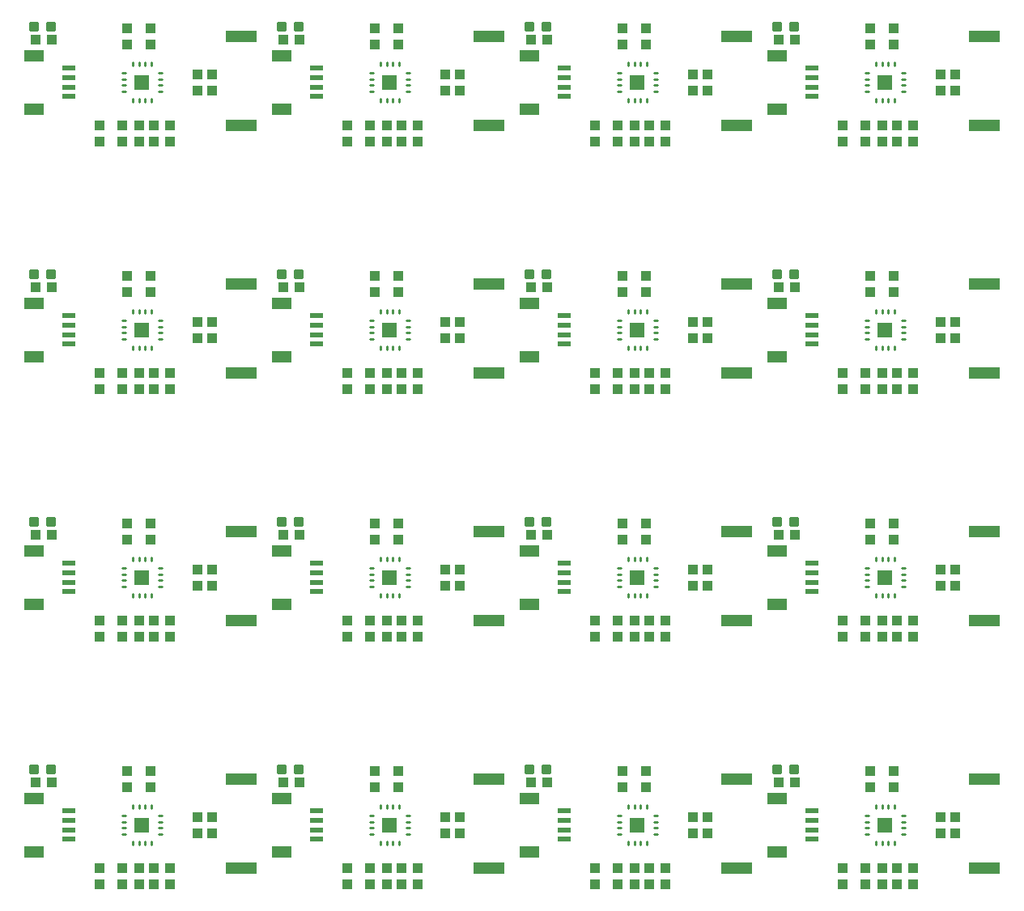
<source format=gtp>
G75*
%MOIN*%
%OFA0B0*%
%FSLAX25Y25*%
%IPPOS*%
%LPD*%
%AMOC8*
5,1,8,0,0,1.08239X$1,22.5*
%
%ADD10R,0.07874X0.04724*%
%ADD11R,0.05315X0.02362*%
%ADD12R,0.03937X0.04331*%
%ADD13C,0.01181*%
%ADD14R,0.04331X0.03937*%
%ADD15R,0.12600X0.05118*%
%ADD16R,0.05906X0.05906*%
%ADD17C,0.01024*%
D10*
X0113865Y0083976D03*
X0113865Y0106024D03*
X0113865Y0185976D03*
X0113865Y0208024D03*
X0113865Y0287976D03*
X0113865Y0310024D03*
X0113865Y0389976D03*
X0113865Y0412024D03*
X0215865Y0412024D03*
X0215865Y0389976D03*
X0317865Y0389976D03*
X0317865Y0412024D03*
X0419865Y0412024D03*
X0419865Y0389976D03*
X0419865Y0310024D03*
X0419865Y0287976D03*
X0419865Y0208024D03*
X0419865Y0185976D03*
X0419865Y0106024D03*
X0419865Y0083976D03*
X0317865Y0083976D03*
X0317865Y0106024D03*
X0317865Y0185976D03*
X0317865Y0208024D03*
X0317865Y0287976D03*
X0317865Y0310024D03*
X0215865Y0310024D03*
X0215865Y0287976D03*
X0215865Y0208024D03*
X0215865Y0185976D03*
X0215865Y0106024D03*
X0215865Y0083976D03*
D11*
X0230333Y0089094D03*
X0230333Y0093031D03*
X0230333Y0096969D03*
X0230333Y0100906D03*
X0332333Y0100906D03*
X0332333Y0096969D03*
X0332333Y0093031D03*
X0332333Y0089094D03*
X0434333Y0089094D03*
X0434333Y0093031D03*
X0434333Y0096969D03*
X0434333Y0100906D03*
X0434333Y0191094D03*
X0434333Y0195031D03*
X0434333Y0198969D03*
X0434333Y0202906D03*
X0332333Y0202906D03*
X0332333Y0198969D03*
X0332333Y0195031D03*
X0332333Y0191094D03*
X0230333Y0191094D03*
X0230333Y0195031D03*
X0230333Y0198969D03*
X0230333Y0202906D03*
X0128333Y0202906D03*
X0128333Y0198969D03*
X0128333Y0195031D03*
X0128333Y0191094D03*
X0128333Y0100906D03*
X0128333Y0096969D03*
X0128333Y0093031D03*
X0128333Y0089094D03*
X0128333Y0293094D03*
X0128333Y0297031D03*
X0128333Y0300969D03*
X0128333Y0304906D03*
X0230333Y0304906D03*
X0230333Y0300969D03*
X0230333Y0297031D03*
X0230333Y0293094D03*
X0332333Y0293094D03*
X0332333Y0297031D03*
X0332333Y0300969D03*
X0332333Y0304906D03*
X0434333Y0304906D03*
X0434333Y0300969D03*
X0434333Y0297031D03*
X0434333Y0293094D03*
X0434333Y0395094D03*
X0434333Y0399031D03*
X0434333Y0402969D03*
X0434333Y0406906D03*
X0332333Y0406906D03*
X0332333Y0402969D03*
X0332333Y0399031D03*
X0332333Y0395094D03*
X0230333Y0395094D03*
X0230333Y0399031D03*
X0230333Y0402969D03*
X0230333Y0406906D03*
X0128333Y0406906D03*
X0128333Y0402969D03*
X0128333Y0399031D03*
X0128333Y0395094D03*
D12*
X0140833Y0383346D03*
X0140833Y0376654D03*
X0150333Y0376654D03*
X0150333Y0383346D03*
X0157333Y0383346D03*
X0163333Y0383346D03*
X0169833Y0383346D03*
X0169833Y0376654D03*
X0163333Y0376654D03*
X0157333Y0376654D03*
X0181333Y0397654D03*
X0187333Y0397654D03*
X0187333Y0404346D03*
X0181333Y0404346D03*
X0161833Y0416654D03*
X0161833Y0423346D03*
X0152333Y0423346D03*
X0152333Y0416654D03*
X0242833Y0383346D03*
X0242833Y0376654D03*
X0252333Y0376654D03*
X0252333Y0383346D03*
X0259333Y0383346D03*
X0265333Y0383346D03*
X0271833Y0383346D03*
X0271833Y0376654D03*
X0265333Y0376654D03*
X0259333Y0376654D03*
X0283333Y0397654D03*
X0289333Y0397654D03*
X0289333Y0404346D03*
X0283333Y0404346D03*
X0263833Y0416654D03*
X0263833Y0423346D03*
X0254333Y0423346D03*
X0254333Y0416654D03*
X0344833Y0383346D03*
X0344833Y0376654D03*
X0354333Y0376654D03*
X0354333Y0383346D03*
X0361333Y0383346D03*
X0367333Y0383346D03*
X0373833Y0383346D03*
X0373833Y0376654D03*
X0367333Y0376654D03*
X0361333Y0376654D03*
X0385333Y0397654D03*
X0391333Y0397654D03*
X0391333Y0404346D03*
X0385333Y0404346D03*
X0365833Y0416654D03*
X0365833Y0423346D03*
X0356333Y0423346D03*
X0356333Y0416654D03*
X0446833Y0383346D03*
X0446833Y0376654D03*
X0456333Y0376654D03*
X0456333Y0383346D03*
X0463333Y0383346D03*
X0469333Y0383346D03*
X0475833Y0383346D03*
X0475833Y0376654D03*
X0469333Y0376654D03*
X0463333Y0376654D03*
X0487333Y0397654D03*
X0493333Y0397654D03*
X0493333Y0404346D03*
X0487333Y0404346D03*
X0467833Y0416654D03*
X0467833Y0423346D03*
X0458333Y0423346D03*
X0458333Y0416654D03*
X0458333Y0321346D03*
X0458333Y0314654D03*
X0467833Y0314654D03*
X0467833Y0321346D03*
X0487333Y0302346D03*
X0493333Y0302346D03*
X0493333Y0295654D03*
X0487333Y0295654D03*
X0475833Y0281346D03*
X0469333Y0281346D03*
X0463333Y0281346D03*
X0456333Y0281346D03*
X0446833Y0281346D03*
X0446833Y0274654D03*
X0456333Y0274654D03*
X0463333Y0274654D03*
X0469333Y0274654D03*
X0475833Y0274654D03*
X0467833Y0219346D03*
X0458333Y0219346D03*
X0458333Y0212654D03*
X0467833Y0212654D03*
X0487333Y0200346D03*
X0493333Y0200346D03*
X0493333Y0193654D03*
X0487333Y0193654D03*
X0475833Y0179346D03*
X0469333Y0179346D03*
X0463333Y0179346D03*
X0463333Y0172654D03*
X0469333Y0172654D03*
X0475833Y0172654D03*
X0456333Y0172654D03*
X0456333Y0179346D03*
X0446833Y0179346D03*
X0446833Y0172654D03*
X0391333Y0193654D03*
X0385333Y0193654D03*
X0385333Y0200346D03*
X0391333Y0200346D03*
X0373833Y0179346D03*
X0367333Y0179346D03*
X0361333Y0179346D03*
X0361333Y0172654D03*
X0367333Y0172654D03*
X0373833Y0172654D03*
X0354333Y0172654D03*
X0354333Y0179346D03*
X0344833Y0179346D03*
X0344833Y0172654D03*
X0356333Y0212654D03*
X0365833Y0212654D03*
X0365833Y0219346D03*
X0356333Y0219346D03*
X0354333Y0274654D03*
X0361333Y0274654D03*
X0367333Y0274654D03*
X0373833Y0274654D03*
X0373833Y0281346D03*
X0367333Y0281346D03*
X0361333Y0281346D03*
X0354333Y0281346D03*
X0344833Y0281346D03*
X0344833Y0274654D03*
X0385333Y0295654D03*
X0391333Y0295654D03*
X0391333Y0302346D03*
X0385333Y0302346D03*
X0365833Y0314654D03*
X0365833Y0321346D03*
X0356333Y0321346D03*
X0356333Y0314654D03*
X0289333Y0302346D03*
X0283333Y0302346D03*
X0283333Y0295654D03*
X0289333Y0295654D03*
X0271833Y0281346D03*
X0265333Y0281346D03*
X0259333Y0281346D03*
X0252333Y0281346D03*
X0242833Y0281346D03*
X0242833Y0274654D03*
X0252333Y0274654D03*
X0259333Y0274654D03*
X0265333Y0274654D03*
X0271833Y0274654D03*
X0263833Y0314654D03*
X0263833Y0321346D03*
X0254333Y0321346D03*
X0254333Y0314654D03*
X0187333Y0302346D03*
X0181333Y0302346D03*
X0181333Y0295654D03*
X0187333Y0295654D03*
X0169833Y0281346D03*
X0163333Y0281346D03*
X0157333Y0281346D03*
X0157333Y0274654D03*
X0163333Y0274654D03*
X0169833Y0274654D03*
X0150333Y0274654D03*
X0140833Y0274654D03*
X0140833Y0281346D03*
X0150333Y0281346D03*
X0152333Y0314654D03*
X0152333Y0321346D03*
X0161833Y0321346D03*
X0161833Y0314654D03*
X0161833Y0219346D03*
X0152333Y0219346D03*
X0152333Y0212654D03*
X0161833Y0212654D03*
X0181333Y0200346D03*
X0187333Y0200346D03*
X0187333Y0193654D03*
X0181333Y0193654D03*
X0169833Y0179346D03*
X0163333Y0179346D03*
X0157333Y0179346D03*
X0157333Y0172654D03*
X0163333Y0172654D03*
X0169833Y0172654D03*
X0150333Y0172654D03*
X0150333Y0179346D03*
X0140833Y0179346D03*
X0140833Y0172654D03*
X0152333Y0117346D03*
X0152333Y0110654D03*
X0161833Y0110654D03*
X0161833Y0117346D03*
X0181333Y0098346D03*
X0187333Y0098346D03*
X0187333Y0091654D03*
X0181333Y0091654D03*
X0169833Y0077346D03*
X0163333Y0077346D03*
X0157333Y0077346D03*
X0157333Y0070654D03*
X0163333Y0070654D03*
X0169833Y0070654D03*
X0150333Y0070654D03*
X0150333Y0077346D03*
X0140833Y0077346D03*
X0140833Y0070654D03*
X0242833Y0070654D03*
X0242833Y0077346D03*
X0252333Y0077346D03*
X0252333Y0070654D03*
X0259333Y0070654D03*
X0265333Y0070654D03*
X0271833Y0070654D03*
X0271833Y0077346D03*
X0265333Y0077346D03*
X0259333Y0077346D03*
X0283333Y0091654D03*
X0289333Y0091654D03*
X0289333Y0098346D03*
X0283333Y0098346D03*
X0263833Y0110654D03*
X0263833Y0117346D03*
X0254333Y0117346D03*
X0254333Y0110654D03*
X0252333Y0172654D03*
X0252333Y0179346D03*
X0259333Y0179346D03*
X0265333Y0179346D03*
X0271833Y0179346D03*
X0271833Y0172654D03*
X0265333Y0172654D03*
X0259333Y0172654D03*
X0242833Y0172654D03*
X0242833Y0179346D03*
X0254333Y0212654D03*
X0254333Y0219346D03*
X0263833Y0219346D03*
X0263833Y0212654D03*
X0283333Y0200346D03*
X0289333Y0200346D03*
X0289333Y0193654D03*
X0283333Y0193654D03*
X0356333Y0117346D03*
X0356333Y0110654D03*
X0365833Y0110654D03*
X0365833Y0117346D03*
X0385333Y0098346D03*
X0391333Y0098346D03*
X0391333Y0091654D03*
X0385333Y0091654D03*
X0373833Y0077346D03*
X0367333Y0077346D03*
X0361333Y0077346D03*
X0361333Y0070654D03*
X0367333Y0070654D03*
X0373833Y0070654D03*
X0354333Y0070654D03*
X0354333Y0077346D03*
X0344833Y0077346D03*
X0344833Y0070654D03*
X0446833Y0070654D03*
X0446833Y0077346D03*
X0456333Y0077346D03*
X0456333Y0070654D03*
X0463333Y0070654D03*
X0469333Y0070654D03*
X0475833Y0070654D03*
X0475833Y0077346D03*
X0469333Y0077346D03*
X0463333Y0077346D03*
X0487333Y0091654D03*
X0493333Y0091654D03*
X0493333Y0098346D03*
X0487333Y0098346D03*
X0467833Y0110654D03*
X0467833Y0117346D03*
X0458333Y0117346D03*
X0458333Y0110654D03*
D13*
X0425408Y0116622D02*
X0425408Y0119378D01*
X0428164Y0119378D01*
X0428164Y0116622D01*
X0425408Y0116622D01*
X0425408Y0117744D02*
X0428164Y0117744D01*
X0428164Y0118866D02*
X0425408Y0118866D01*
X0418503Y0119378D02*
X0418503Y0116622D01*
X0418503Y0119378D02*
X0421259Y0119378D01*
X0421259Y0116622D01*
X0418503Y0116622D01*
X0418503Y0117744D02*
X0421259Y0117744D01*
X0421259Y0118866D02*
X0418503Y0118866D01*
X0323408Y0119378D02*
X0323408Y0116622D01*
X0323408Y0119378D02*
X0326164Y0119378D01*
X0326164Y0116622D01*
X0323408Y0116622D01*
X0323408Y0117744D02*
X0326164Y0117744D01*
X0326164Y0118866D02*
X0323408Y0118866D01*
X0316503Y0119378D02*
X0316503Y0116622D01*
X0316503Y0119378D02*
X0319259Y0119378D01*
X0319259Y0116622D01*
X0316503Y0116622D01*
X0316503Y0117744D02*
X0319259Y0117744D01*
X0319259Y0118866D02*
X0316503Y0118866D01*
X0221408Y0119378D02*
X0221408Y0116622D01*
X0221408Y0119378D02*
X0224164Y0119378D01*
X0224164Y0116622D01*
X0221408Y0116622D01*
X0221408Y0117744D02*
X0224164Y0117744D01*
X0224164Y0118866D02*
X0221408Y0118866D01*
X0214503Y0119378D02*
X0214503Y0116622D01*
X0214503Y0119378D02*
X0217259Y0119378D01*
X0217259Y0116622D01*
X0214503Y0116622D01*
X0214503Y0117744D02*
X0217259Y0117744D01*
X0217259Y0118866D02*
X0214503Y0118866D01*
X0119408Y0119378D02*
X0119408Y0116622D01*
X0119408Y0119378D02*
X0122164Y0119378D01*
X0122164Y0116622D01*
X0119408Y0116622D01*
X0119408Y0117744D02*
X0122164Y0117744D01*
X0122164Y0118866D02*
X0119408Y0118866D01*
X0112503Y0119378D02*
X0112503Y0116622D01*
X0112503Y0119378D02*
X0115259Y0119378D01*
X0115259Y0116622D01*
X0112503Y0116622D01*
X0112503Y0117744D02*
X0115259Y0117744D01*
X0115259Y0118866D02*
X0112503Y0118866D01*
X0112503Y0218622D02*
X0112503Y0221378D01*
X0115259Y0221378D01*
X0115259Y0218622D01*
X0112503Y0218622D01*
X0112503Y0219744D02*
X0115259Y0219744D01*
X0115259Y0220866D02*
X0112503Y0220866D01*
X0119408Y0221378D02*
X0119408Y0218622D01*
X0119408Y0221378D02*
X0122164Y0221378D01*
X0122164Y0218622D01*
X0119408Y0218622D01*
X0119408Y0219744D02*
X0122164Y0219744D01*
X0122164Y0220866D02*
X0119408Y0220866D01*
X0214503Y0221378D02*
X0214503Y0218622D01*
X0214503Y0221378D02*
X0217259Y0221378D01*
X0217259Y0218622D01*
X0214503Y0218622D01*
X0214503Y0219744D02*
X0217259Y0219744D01*
X0217259Y0220866D02*
X0214503Y0220866D01*
X0221408Y0221378D02*
X0221408Y0218622D01*
X0221408Y0221378D02*
X0224164Y0221378D01*
X0224164Y0218622D01*
X0221408Y0218622D01*
X0221408Y0219744D02*
X0224164Y0219744D01*
X0224164Y0220866D02*
X0221408Y0220866D01*
X0316503Y0221378D02*
X0316503Y0218622D01*
X0316503Y0221378D02*
X0319259Y0221378D01*
X0319259Y0218622D01*
X0316503Y0218622D01*
X0316503Y0219744D02*
X0319259Y0219744D01*
X0319259Y0220866D02*
X0316503Y0220866D01*
X0323408Y0221378D02*
X0323408Y0218622D01*
X0323408Y0221378D02*
X0326164Y0221378D01*
X0326164Y0218622D01*
X0323408Y0218622D01*
X0323408Y0219744D02*
X0326164Y0219744D01*
X0326164Y0220866D02*
X0323408Y0220866D01*
X0418503Y0221378D02*
X0418503Y0218622D01*
X0418503Y0221378D02*
X0421259Y0221378D01*
X0421259Y0218622D01*
X0418503Y0218622D01*
X0418503Y0219744D02*
X0421259Y0219744D01*
X0421259Y0220866D02*
X0418503Y0220866D01*
X0425408Y0221378D02*
X0425408Y0218622D01*
X0425408Y0221378D02*
X0428164Y0221378D01*
X0428164Y0218622D01*
X0425408Y0218622D01*
X0425408Y0219744D02*
X0428164Y0219744D01*
X0428164Y0220866D02*
X0425408Y0220866D01*
X0425408Y0320622D02*
X0425408Y0323378D01*
X0428164Y0323378D01*
X0428164Y0320622D01*
X0425408Y0320622D01*
X0425408Y0321744D02*
X0428164Y0321744D01*
X0428164Y0322866D02*
X0425408Y0322866D01*
X0418503Y0323378D02*
X0418503Y0320622D01*
X0418503Y0323378D02*
X0421259Y0323378D01*
X0421259Y0320622D01*
X0418503Y0320622D01*
X0418503Y0321744D02*
X0421259Y0321744D01*
X0421259Y0322866D02*
X0418503Y0322866D01*
X0323408Y0323378D02*
X0323408Y0320622D01*
X0323408Y0323378D02*
X0326164Y0323378D01*
X0326164Y0320622D01*
X0323408Y0320622D01*
X0323408Y0321744D02*
X0326164Y0321744D01*
X0326164Y0322866D02*
X0323408Y0322866D01*
X0316503Y0323378D02*
X0316503Y0320622D01*
X0316503Y0323378D02*
X0319259Y0323378D01*
X0319259Y0320622D01*
X0316503Y0320622D01*
X0316503Y0321744D02*
X0319259Y0321744D01*
X0319259Y0322866D02*
X0316503Y0322866D01*
X0221408Y0323378D02*
X0221408Y0320622D01*
X0221408Y0323378D02*
X0224164Y0323378D01*
X0224164Y0320622D01*
X0221408Y0320622D01*
X0221408Y0321744D02*
X0224164Y0321744D01*
X0224164Y0322866D02*
X0221408Y0322866D01*
X0214503Y0323378D02*
X0214503Y0320622D01*
X0214503Y0323378D02*
X0217259Y0323378D01*
X0217259Y0320622D01*
X0214503Y0320622D01*
X0214503Y0321744D02*
X0217259Y0321744D01*
X0217259Y0322866D02*
X0214503Y0322866D01*
X0119408Y0323378D02*
X0119408Y0320622D01*
X0119408Y0323378D02*
X0122164Y0323378D01*
X0122164Y0320622D01*
X0119408Y0320622D01*
X0119408Y0321744D02*
X0122164Y0321744D01*
X0122164Y0322866D02*
X0119408Y0322866D01*
X0112503Y0323378D02*
X0112503Y0320622D01*
X0112503Y0323378D02*
X0115259Y0323378D01*
X0115259Y0320622D01*
X0112503Y0320622D01*
X0112503Y0321744D02*
X0115259Y0321744D01*
X0115259Y0322866D02*
X0112503Y0322866D01*
X0112503Y0422622D02*
X0112503Y0425378D01*
X0115259Y0425378D01*
X0115259Y0422622D01*
X0112503Y0422622D01*
X0112503Y0423744D02*
X0115259Y0423744D01*
X0115259Y0424866D02*
X0112503Y0424866D01*
X0119408Y0425378D02*
X0119408Y0422622D01*
X0119408Y0425378D02*
X0122164Y0425378D01*
X0122164Y0422622D01*
X0119408Y0422622D01*
X0119408Y0423744D02*
X0122164Y0423744D01*
X0122164Y0424866D02*
X0119408Y0424866D01*
X0214503Y0425378D02*
X0214503Y0422622D01*
X0214503Y0425378D02*
X0217259Y0425378D01*
X0217259Y0422622D01*
X0214503Y0422622D01*
X0214503Y0423744D02*
X0217259Y0423744D01*
X0217259Y0424866D02*
X0214503Y0424866D01*
X0221408Y0425378D02*
X0221408Y0422622D01*
X0221408Y0425378D02*
X0224164Y0425378D01*
X0224164Y0422622D01*
X0221408Y0422622D01*
X0221408Y0423744D02*
X0224164Y0423744D01*
X0224164Y0424866D02*
X0221408Y0424866D01*
X0316503Y0425378D02*
X0316503Y0422622D01*
X0316503Y0425378D02*
X0319259Y0425378D01*
X0319259Y0422622D01*
X0316503Y0422622D01*
X0316503Y0423744D02*
X0319259Y0423744D01*
X0319259Y0424866D02*
X0316503Y0424866D01*
X0323408Y0425378D02*
X0323408Y0422622D01*
X0323408Y0425378D02*
X0326164Y0425378D01*
X0326164Y0422622D01*
X0323408Y0422622D01*
X0323408Y0423744D02*
X0326164Y0423744D01*
X0326164Y0424866D02*
X0323408Y0424866D01*
X0418503Y0425378D02*
X0418503Y0422622D01*
X0418503Y0425378D02*
X0421259Y0425378D01*
X0421259Y0422622D01*
X0418503Y0422622D01*
X0418503Y0423744D02*
X0421259Y0423744D01*
X0421259Y0424866D02*
X0418503Y0424866D01*
X0425408Y0425378D02*
X0425408Y0422622D01*
X0425408Y0425378D02*
X0428164Y0425378D01*
X0428164Y0422622D01*
X0425408Y0422622D01*
X0425408Y0423744D02*
X0428164Y0423744D01*
X0428164Y0424866D02*
X0425408Y0424866D01*
D14*
X0427180Y0418500D03*
X0420487Y0418500D03*
X0325180Y0418500D03*
X0318487Y0418500D03*
X0223180Y0418500D03*
X0216487Y0418500D03*
X0121180Y0418500D03*
X0114487Y0418500D03*
X0114487Y0316500D03*
X0121180Y0316500D03*
X0216487Y0316500D03*
X0223180Y0316500D03*
X0318487Y0316500D03*
X0325180Y0316500D03*
X0420487Y0316500D03*
X0427180Y0316500D03*
X0427180Y0214500D03*
X0420487Y0214500D03*
X0325180Y0214500D03*
X0318487Y0214500D03*
X0223180Y0214500D03*
X0216487Y0214500D03*
X0121180Y0214500D03*
X0114487Y0214500D03*
X0114487Y0112500D03*
X0121180Y0112500D03*
X0216487Y0112500D03*
X0223180Y0112500D03*
X0318487Y0112500D03*
X0325180Y0112500D03*
X0420487Y0112500D03*
X0427180Y0112500D03*
D15*
X0403333Y0113807D03*
X0403333Y0077193D03*
X0301333Y0077193D03*
X0301333Y0113807D03*
X0301333Y0179193D03*
X0301333Y0215807D03*
X0301333Y0281193D03*
X0301333Y0317807D03*
X0301333Y0383193D03*
X0301333Y0419807D03*
X0403333Y0419807D03*
X0403333Y0383193D03*
X0403333Y0317807D03*
X0403333Y0281193D03*
X0403333Y0215807D03*
X0403333Y0179193D03*
X0505333Y0179193D03*
X0505333Y0215807D03*
X0505333Y0281193D03*
X0505333Y0317807D03*
X0505333Y0383193D03*
X0505333Y0419807D03*
X0199333Y0419807D03*
X0199333Y0383193D03*
X0199333Y0317807D03*
X0199333Y0281193D03*
X0199333Y0215807D03*
X0199333Y0179193D03*
X0199333Y0113807D03*
X0199333Y0077193D03*
X0505333Y0077193D03*
X0505333Y0113807D03*
D16*
X0464359Y0095026D03*
X0362359Y0095026D03*
X0260359Y0095026D03*
X0158359Y0095026D03*
X0158359Y0197026D03*
X0260359Y0197026D03*
X0362359Y0197026D03*
X0464359Y0197026D03*
X0464359Y0299026D03*
X0362359Y0299026D03*
X0260359Y0299026D03*
X0158359Y0299026D03*
X0158359Y0401026D03*
X0260359Y0401026D03*
X0362359Y0401026D03*
X0464359Y0401026D03*
D17*
X0463080Y0407853D02*
X0463080Y0409231D01*
X0465639Y0409231D02*
X0465639Y0407853D01*
X0468198Y0407853D02*
X0468198Y0409231D01*
X0471214Y0404865D02*
X0472592Y0404865D01*
X0472592Y0402306D02*
X0471214Y0402306D01*
X0471214Y0399746D02*
X0472592Y0399746D01*
X0472592Y0397187D02*
X0471214Y0397187D01*
X0468198Y0394172D02*
X0468198Y0392794D01*
X0465639Y0392794D02*
X0465639Y0394172D01*
X0463080Y0394172D02*
X0463080Y0392794D01*
X0460521Y0392794D02*
X0460521Y0394172D01*
X0457533Y0397187D02*
X0456155Y0397187D01*
X0456155Y0399746D02*
X0457533Y0399746D01*
X0457533Y0402306D02*
X0456155Y0402306D01*
X0456155Y0404865D02*
X0457533Y0404865D01*
X0460521Y0407853D02*
X0460521Y0409231D01*
X0370592Y0404865D02*
X0369214Y0404865D01*
X0369214Y0402306D02*
X0370592Y0402306D01*
X0370592Y0399746D02*
X0369214Y0399746D01*
X0369214Y0397187D02*
X0370592Y0397187D01*
X0366198Y0394172D02*
X0366198Y0392794D01*
X0363639Y0392794D02*
X0363639Y0394172D01*
X0361080Y0394172D02*
X0361080Y0392794D01*
X0358521Y0392794D02*
X0358521Y0394172D01*
X0355533Y0397187D02*
X0354155Y0397187D01*
X0354155Y0399746D02*
X0355533Y0399746D01*
X0355533Y0402306D02*
X0354155Y0402306D01*
X0354155Y0404865D02*
X0355533Y0404865D01*
X0358521Y0407853D02*
X0358521Y0409231D01*
X0361080Y0409231D02*
X0361080Y0407853D01*
X0363639Y0407853D02*
X0363639Y0409231D01*
X0366198Y0409231D02*
X0366198Y0407853D01*
X0268592Y0404865D02*
X0267214Y0404865D01*
X0267214Y0402306D02*
X0268592Y0402306D01*
X0268592Y0399746D02*
X0267214Y0399746D01*
X0267214Y0397187D02*
X0268592Y0397187D01*
X0264198Y0394172D02*
X0264198Y0392794D01*
X0261639Y0392794D02*
X0261639Y0394172D01*
X0259080Y0394172D02*
X0259080Y0392794D01*
X0256521Y0392794D02*
X0256521Y0394172D01*
X0253533Y0397187D02*
X0252155Y0397187D01*
X0252155Y0399746D02*
X0253533Y0399746D01*
X0253533Y0402306D02*
X0252155Y0402306D01*
X0252155Y0404865D02*
X0253533Y0404865D01*
X0256521Y0407853D02*
X0256521Y0409231D01*
X0259080Y0409231D02*
X0259080Y0407853D01*
X0261639Y0407853D02*
X0261639Y0409231D01*
X0264198Y0409231D02*
X0264198Y0407853D01*
X0166592Y0404865D02*
X0165214Y0404865D01*
X0165214Y0402306D02*
X0166592Y0402306D01*
X0166592Y0399746D02*
X0165214Y0399746D01*
X0165214Y0397187D02*
X0166592Y0397187D01*
X0162198Y0394172D02*
X0162198Y0392794D01*
X0159639Y0392794D02*
X0159639Y0394172D01*
X0157080Y0394172D02*
X0157080Y0392794D01*
X0154521Y0392794D02*
X0154521Y0394172D01*
X0151533Y0397187D02*
X0150155Y0397187D01*
X0150155Y0399746D02*
X0151533Y0399746D01*
X0151533Y0402306D02*
X0150155Y0402306D01*
X0150155Y0404865D02*
X0151533Y0404865D01*
X0154521Y0407853D02*
X0154521Y0409231D01*
X0157080Y0409231D02*
X0157080Y0407853D01*
X0159639Y0407853D02*
X0159639Y0409231D01*
X0162198Y0409231D02*
X0162198Y0407853D01*
X0162198Y0307231D02*
X0162198Y0305853D01*
X0159639Y0305853D02*
X0159639Y0307231D01*
X0157080Y0307231D02*
X0157080Y0305853D01*
X0154521Y0305853D02*
X0154521Y0307231D01*
X0151533Y0302865D02*
X0150155Y0302865D01*
X0150155Y0300306D02*
X0151533Y0300306D01*
X0151533Y0297746D02*
X0150155Y0297746D01*
X0150155Y0295187D02*
X0151533Y0295187D01*
X0154521Y0292172D02*
X0154521Y0290794D01*
X0157080Y0290794D02*
X0157080Y0292172D01*
X0159639Y0292172D02*
X0159639Y0290794D01*
X0162198Y0290794D02*
X0162198Y0292172D01*
X0165214Y0295187D02*
X0166592Y0295187D01*
X0166592Y0297746D02*
X0165214Y0297746D01*
X0165214Y0300306D02*
X0166592Y0300306D01*
X0166592Y0302865D02*
X0165214Y0302865D01*
X0252155Y0302865D02*
X0253533Y0302865D01*
X0253533Y0300306D02*
X0252155Y0300306D01*
X0252155Y0297746D02*
X0253533Y0297746D01*
X0253533Y0295187D02*
X0252155Y0295187D01*
X0256521Y0292172D02*
X0256521Y0290794D01*
X0259080Y0290794D02*
X0259080Y0292172D01*
X0261639Y0292172D02*
X0261639Y0290794D01*
X0264198Y0290794D02*
X0264198Y0292172D01*
X0267214Y0295187D02*
X0268592Y0295187D01*
X0268592Y0297746D02*
X0267214Y0297746D01*
X0267214Y0300306D02*
X0268592Y0300306D01*
X0268592Y0302865D02*
X0267214Y0302865D01*
X0264198Y0305853D02*
X0264198Y0307231D01*
X0261639Y0307231D02*
X0261639Y0305853D01*
X0259080Y0305853D02*
X0259080Y0307231D01*
X0256521Y0307231D02*
X0256521Y0305853D01*
X0354155Y0302865D02*
X0355533Y0302865D01*
X0355533Y0300306D02*
X0354155Y0300306D01*
X0354155Y0297746D02*
X0355533Y0297746D01*
X0355533Y0295187D02*
X0354155Y0295187D01*
X0358521Y0292172D02*
X0358521Y0290794D01*
X0361080Y0290794D02*
X0361080Y0292172D01*
X0363639Y0292172D02*
X0363639Y0290794D01*
X0366198Y0290794D02*
X0366198Y0292172D01*
X0369214Y0295187D02*
X0370592Y0295187D01*
X0370592Y0297746D02*
X0369214Y0297746D01*
X0369214Y0300306D02*
X0370592Y0300306D01*
X0370592Y0302865D02*
X0369214Y0302865D01*
X0366198Y0305853D02*
X0366198Y0307231D01*
X0363639Y0307231D02*
X0363639Y0305853D01*
X0361080Y0305853D02*
X0361080Y0307231D01*
X0358521Y0307231D02*
X0358521Y0305853D01*
X0456155Y0302865D02*
X0457533Y0302865D01*
X0457533Y0300306D02*
X0456155Y0300306D01*
X0456155Y0297746D02*
X0457533Y0297746D01*
X0457533Y0295187D02*
X0456155Y0295187D01*
X0460521Y0292172D02*
X0460521Y0290794D01*
X0463080Y0290794D02*
X0463080Y0292172D01*
X0465639Y0292172D02*
X0465639Y0290794D01*
X0468198Y0290794D02*
X0468198Y0292172D01*
X0471214Y0295187D02*
X0472592Y0295187D01*
X0472592Y0297746D02*
X0471214Y0297746D01*
X0471214Y0300306D02*
X0472592Y0300306D01*
X0472592Y0302865D02*
X0471214Y0302865D01*
X0468198Y0305853D02*
X0468198Y0307231D01*
X0465639Y0307231D02*
X0465639Y0305853D01*
X0463080Y0305853D02*
X0463080Y0307231D01*
X0460521Y0307231D02*
X0460521Y0305853D01*
X0460521Y0205231D02*
X0460521Y0203853D01*
X0463080Y0203853D02*
X0463080Y0205231D01*
X0465639Y0205231D02*
X0465639Y0203853D01*
X0468198Y0203853D02*
X0468198Y0205231D01*
X0471214Y0200865D02*
X0472592Y0200865D01*
X0472592Y0198306D02*
X0471214Y0198306D01*
X0471214Y0195746D02*
X0472592Y0195746D01*
X0472592Y0193187D02*
X0471214Y0193187D01*
X0468198Y0190172D02*
X0468198Y0188794D01*
X0465639Y0188794D02*
X0465639Y0190172D01*
X0463080Y0190172D02*
X0463080Y0188794D01*
X0460521Y0188794D02*
X0460521Y0190172D01*
X0457533Y0193187D02*
X0456155Y0193187D01*
X0456155Y0195746D02*
X0457533Y0195746D01*
X0457533Y0198306D02*
X0456155Y0198306D01*
X0456155Y0200865D02*
X0457533Y0200865D01*
X0370592Y0200865D02*
X0369214Y0200865D01*
X0369214Y0198306D02*
X0370592Y0198306D01*
X0370592Y0195746D02*
X0369214Y0195746D01*
X0369214Y0193187D02*
X0370592Y0193187D01*
X0366198Y0190172D02*
X0366198Y0188794D01*
X0363639Y0188794D02*
X0363639Y0190172D01*
X0361080Y0190172D02*
X0361080Y0188794D01*
X0358521Y0188794D02*
X0358521Y0190172D01*
X0355533Y0193187D02*
X0354155Y0193187D01*
X0354155Y0195746D02*
X0355533Y0195746D01*
X0355533Y0198306D02*
X0354155Y0198306D01*
X0354155Y0200865D02*
X0355533Y0200865D01*
X0358521Y0203853D02*
X0358521Y0205231D01*
X0361080Y0205231D02*
X0361080Y0203853D01*
X0363639Y0203853D02*
X0363639Y0205231D01*
X0366198Y0205231D02*
X0366198Y0203853D01*
X0268592Y0200865D02*
X0267214Y0200865D01*
X0267214Y0198306D02*
X0268592Y0198306D01*
X0268592Y0195746D02*
X0267214Y0195746D01*
X0267214Y0193187D02*
X0268592Y0193187D01*
X0264198Y0190172D02*
X0264198Y0188794D01*
X0261639Y0188794D02*
X0261639Y0190172D01*
X0259080Y0190172D02*
X0259080Y0188794D01*
X0256521Y0188794D02*
X0256521Y0190172D01*
X0253533Y0193187D02*
X0252155Y0193187D01*
X0252155Y0195746D02*
X0253533Y0195746D01*
X0253533Y0198306D02*
X0252155Y0198306D01*
X0252155Y0200865D02*
X0253533Y0200865D01*
X0256521Y0203853D02*
X0256521Y0205231D01*
X0259080Y0205231D02*
X0259080Y0203853D01*
X0261639Y0203853D02*
X0261639Y0205231D01*
X0264198Y0205231D02*
X0264198Y0203853D01*
X0166592Y0200865D02*
X0165214Y0200865D01*
X0165214Y0198306D02*
X0166592Y0198306D01*
X0166592Y0195746D02*
X0165214Y0195746D01*
X0165214Y0193187D02*
X0166592Y0193187D01*
X0162198Y0190172D02*
X0162198Y0188794D01*
X0159639Y0188794D02*
X0159639Y0190172D01*
X0157080Y0190172D02*
X0157080Y0188794D01*
X0154521Y0188794D02*
X0154521Y0190172D01*
X0151533Y0193187D02*
X0150155Y0193187D01*
X0150155Y0195746D02*
X0151533Y0195746D01*
X0151533Y0198306D02*
X0150155Y0198306D01*
X0150155Y0200865D02*
X0151533Y0200865D01*
X0154521Y0203853D02*
X0154521Y0205231D01*
X0157080Y0205231D02*
X0157080Y0203853D01*
X0159639Y0203853D02*
X0159639Y0205231D01*
X0162198Y0205231D02*
X0162198Y0203853D01*
X0162198Y0103231D02*
X0162198Y0101853D01*
X0159639Y0101853D02*
X0159639Y0103231D01*
X0157080Y0103231D02*
X0157080Y0101853D01*
X0154521Y0101853D02*
X0154521Y0103231D01*
X0151533Y0098865D02*
X0150155Y0098865D01*
X0150155Y0096306D02*
X0151533Y0096306D01*
X0151533Y0093746D02*
X0150155Y0093746D01*
X0150155Y0091187D02*
X0151533Y0091187D01*
X0154521Y0088172D02*
X0154521Y0086794D01*
X0157080Y0086794D02*
X0157080Y0088172D01*
X0159639Y0088172D02*
X0159639Y0086794D01*
X0162198Y0086794D02*
X0162198Y0088172D01*
X0165214Y0091187D02*
X0166592Y0091187D01*
X0166592Y0093746D02*
X0165214Y0093746D01*
X0165214Y0096306D02*
X0166592Y0096306D01*
X0166592Y0098865D02*
X0165214Y0098865D01*
X0252155Y0098865D02*
X0253533Y0098865D01*
X0253533Y0096306D02*
X0252155Y0096306D01*
X0252155Y0093746D02*
X0253533Y0093746D01*
X0253533Y0091187D02*
X0252155Y0091187D01*
X0256521Y0088172D02*
X0256521Y0086794D01*
X0259080Y0086794D02*
X0259080Y0088172D01*
X0261639Y0088172D02*
X0261639Y0086794D01*
X0264198Y0086794D02*
X0264198Y0088172D01*
X0267214Y0091187D02*
X0268592Y0091187D01*
X0268592Y0093746D02*
X0267214Y0093746D01*
X0267214Y0096306D02*
X0268592Y0096306D01*
X0268592Y0098865D02*
X0267214Y0098865D01*
X0264198Y0101853D02*
X0264198Y0103231D01*
X0261639Y0103231D02*
X0261639Y0101853D01*
X0259080Y0101853D02*
X0259080Y0103231D01*
X0256521Y0103231D02*
X0256521Y0101853D01*
X0354155Y0098865D02*
X0355533Y0098865D01*
X0355533Y0096306D02*
X0354155Y0096306D01*
X0354155Y0093746D02*
X0355533Y0093746D01*
X0355533Y0091187D02*
X0354155Y0091187D01*
X0358521Y0088172D02*
X0358521Y0086794D01*
X0361080Y0086794D02*
X0361080Y0088172D01*
X0363639Y0088172D02*
X0363639Y0086794D01*
X0366198Y0086794D02*
X0366198Y0088172D01*
X0369214Y0091187D02*
X0370592Y0091187D01*
X0370592Y0093746D02*
X0369214Y0093746D01*
X0369214Y0096306D02*
X0370592Y0096306D01*
X0370592Y0098865D02*
X0369214Y0098865D01*
X0366198Y0101853D02*
X0366198Y0103231D01*
X0363639Y0103231D02*
X0363639Y0101853D01*
X0361080Y0101853D02*
X0361080Y0103231D01*
X0358521Y0103231D02*
X0358521Y0101853D01*
X0456155Y0098865D02*
X0457533Y0098865D01*
X0457533Y0096306D02*
X0456155Y0096306D01*
X0456155Y0093746D02*
X0457533Y0093746D01*
X0457533Y0091187D02*
X0456155Y0091187D01*
X0460521Y0088172D02*
X0460521Y0086794D01*
X0463080Y0086794D02*
X0463080Y0088172D01*
X0465639Y0088172D02*
X0465639Y0086794D01*
X0468198Y0086794D02*
X0468198Y0088172D01*
X0471214Y0091187D02*
X0472592Y0091187D01*
X0472592Y0093746D02*
X0471214Y0093746D01*
X0471214Y0096306D02*
X0472592Y0096306D01*
X0472592Y0098865D02*
X0471214Y0098865D01*
X0468198Y0101853D02*
X0468198Y0103231D01*
X0465639Y0103231D02*
X0465639Y0101853D01*
X0463080Y0101853D02*
X0463080Y0103231D01*
X0460521Y0103231D02*
X0460521Y0101853D01*
M02*

</source>
